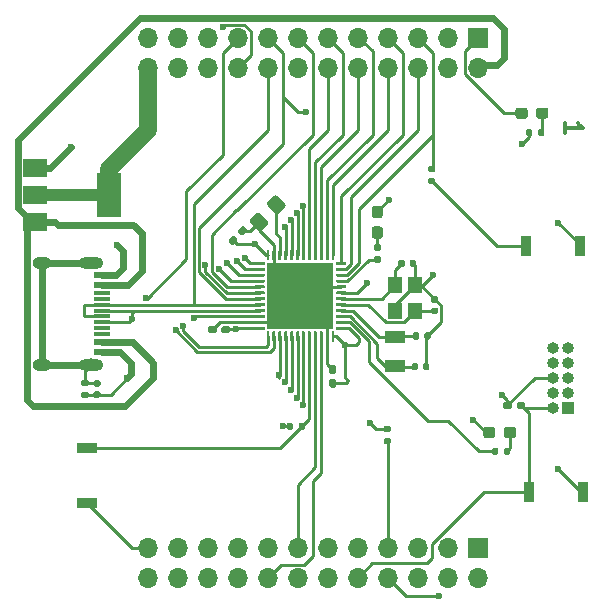
<source format=gbr>
G04 #@! TF.GenerationSoftware,KiCad,Pcbnew,(5.1.10-1-10_14)*
G04 #@! TF.CreationDate,2021-09-03T00:17:14+08:00*
G04 #@! TF.ProjectId,stm32f401_devboard,73746d33-3266-4343-9031-5f646576626f,rev?*
G04 #@! TF.SameCoordinates,Original*
G04 #@! TF.FileFunction,Copper,L1,Top*
G04 #@! TF.FilePolarity,Positive*
%FSLAX46Y46*%
G04 Gerber Fmt 4.6, Leading zero omitted, Abs format (unit mm)*
G04 Created by KiCad (PCBNEW (5.1.10-1-10_14)) date 2021-09-03 00:17:14*
%MOMM*%
%LPD*%
G01*
G04 APERTURE LIST*
G04 #@! TA.AperFunction,NonConductor*
%ADD10C,0.300000*%
G04 #@! TD*
G04 #@! TA.AperFunction,ComponentPad*
%ADD11O,1.700000X1.700000*%
G04 #@! TD*
G04 #@! TA.AperFunction,ComponentPad*
%ADD12R,1.700000X1.700000*%
G04 #@! TD*
G04 #@! TA.AperFunction,SMDPad,CuDef*
%ADD13R,1.200000X1.400000*%
G04 #@! TD*
G04 #@! TA.AperFunction,SMDPad,CuDef*
%ADD14R,1.450000X0.600000*%
G04 #@! TD*
G04 #@! TA.AperFunction,SMDPad,CuDef*
%ADD15R,1.450000X0.300000*%
G04 #@! TD*
G04 #@! TA.AperFunction,ComponentPad*
%ADD16O,2.100000X1.000000*%
G04 #@! TD*
G04 #@! TA.AperFunction,ComponentPad*
%ADD17O,1.600000X1.000000*%
G04 #@! TD*
G04 #@! TA.AperFunction,SMDPad,CuDef*
%ADD18R,2.000000X1.500000*%
G04 #@! TD*
G04 #@! TA.AperFunction,SMDPad,CuDef*
%ADD19R,2.000000X3.800000*%
G04 #@! TD*
G04 #@! TA.AperFunction,SMDPad,CuDef*
%ADD20R,1.699997X0.899998*%
G04 #@! TD*
G04 #@! TA.AperFunction,SMDPad,CuDef*
%ADD21R,0.899998X1.699997*%
G04 #@! TD*
G04 #@! TA.AperFunction,SMDPad,CuDef*
%ADD22R,1.800000X1.000000*%
G04 #@! TD*
G04 #@! TA.AperFunction,ComponentPad*
%ADD23O,1.000000X1.000000*%
G04 #@! TD*
G04 #@! TA.AperFunction,ComponentPad*
%ADD24R,1.000000X1.000000*%
G04 #@! TD*
G04 #@! TA.AperFunction,SMDPad,CuDef*
%ADD25R,5.600000X5.600000*%
G04 #@! TD*
G04 #@! TA.AperFunction,ViaPad*
%ADD26C,0.600000*%
G04 #@! TD*
G04 #@! TA.AperFunction,Conductor*
%ADD27C,0.250000*%
G04 #@! TD*
G04 #@! TA.AperFunction,Conductor*
%ADD28C,0.600000*%
G04 #@! TD*
G04 #@! TA.AperFunction,Conductor*
%ADD29C,1.000000*%
G04 #@! TD*
G04 #@! TA.AperFunction,Conductor*
%ADD30C,1.500000*%
G04 #@! TD*
G04 APERTURE END LIST*
D10*
X147421428Y-80218571D02*
X147421428Y-79361428D01*
X147421428Y-79790000D02*
X148921428Y-79790000D01*
X148707142Y-79647142D01*
X148564285Y-79504285D01*
X148492857Y-79361428D01*
G04 #@! TA.AperFunction,SMDPad,CuDef*
G36*
G01*
X106575000Y-102130000D02*
X106945000Y-102130000D01*
G75*
G02*
X107080000Y-102265000I0J-135000D01*
G01*
X107080000Y-102535000D01*
G75*
G02*
X106945000Y-102670000I-135000J0D01*
G01*
X106575000Y-102670000D01*
G75*
G02*
X106440000Y-102535000I0J135000D01*
G01*
X106440000Y-102265000D01*
G75*
G02*
X106575000Y-102130000I135000J0D01*
G01*
G37*
G04 #@! TD.AperFunction*
G04 #@! TA.AperFunction,SMDPad,CuDef*
G36*
G01*
X106575000Y-101110000D02*
X106945000Y-101110000D01*
G75*
G02*
X107080000Y-101245000I0J-135000D01*
G01*
X107080000Y-101515000D01*
G75*
G02*
X106945000Y-101650000I-135000J0D01*
G01*
X106575000Y-101650000D01*
G75*
G02*
X106440000Y-101515000I0J135000D01*
G01*
X106440000Y-101245000D01*
G75*
G02*
X106575000Y-101110000I135000J0D01*
G01*
G37*
G04 #@! TD.AperFunction*
G04 #@! TA.AperFunction,SMDPad,CuDef*
G36*
G01*
X107600000Y-102090000D02*
X107940000Y-102090000D01*
G75*
G02*
X108080000Y-102230000I0J-140000D01*
G01*
X108080000Y-102510000D01*
G75*
G02*
X107940000Y-102650000I-140000J0D01*
G01*
X107600000Y-102650000D01*
G75*
G02*
X107460000Y-102510000I0J140000D01*
G01*
X107460000Y-102230000D01*
G75*
G02*
X107600000Y-102090000I140000J0D01*
G01*
G37*
G04 #@! TD.AperFunction*
G04 #@! TA.AperFunction,SMDPad,CuDef*
G36*
G01*
X107600000Y-101130000D02*
X107940000Y-101130000D01*
G75*
G02*
X108080000Y-101270000I0J-140000D01*
G01*
X108080000Y-101550000D01*
G75*
G02*
X107940000Y-101690000I-140000J0D01*
G01*
X107600000Y-101690000D01*
G75*
G02*
X107460000Y-101550000I0J140000D01*
G01*
X107460000Y-101270000D01*
G75*
G02*
X107600000Y-101130000I140000J0D01*
G01*
G37*
G04 #@! TD.AperFunction*
G04 #@! TA.AperFunction,SMDPad,CuDef*
G36*
G01*
X141510000Y-105332500D02*
X141510000Y-105807500D01*
G75*
G02*
X141272500Y-106045000I-237500J0D01*
G01*
X140697500Y-106045000D01*
G75*
G02*
X140460000Y-105807500I0J237500D01*
G01*
X140460000Y-105332500D01*
G75*
G02*
X140697500Y-105095000I237500J0D01*
G01*
X141272500Y-105095000D01*
G75*
G02*
X141510000Y-105332500I0J-237500D01*
G01*
G37*
G04 #@! TD.AperFunction*
G04 #@! TA.AperFunction,SMDPad,CuDef*
G36*
G01*
X143260000Y-105332500D02*
X143260000Y-105807500D01*
G75*
G02*
X143022500Y-106045000I-237500J0D01*
G01*
X142447500Y-106045000D01*
G75*
G02*
X142210000Y-105807500I0J237500D01*
G01*
X142210000Y-105332500D01*
G75*
G02*
X142447500Y-105095000I237500J0D01*
G01*
X143022500Y-105095000D01*
G75*
G02*
X143260000Y-105332500I0J-237500D01*
G01*
G37*
G04 #@! TD.AperFunction*
G04 #@! TA.AperFunction,SMDPad,CuDef*
G36*
G01*
X144240000Y-78302500D02*
X144240000Y-78777500D01*
G75*
G02*
X144002500Y-79015000I-237500J0D01*
G01*
X143427500Y-79015000D01*
G75*
G02*
X143190000Y-78777500I0J237500D01*
G01*
X143190000Y-78302500D01*
G75*
G02*
X143427500Y-78065000I237500J0D01*
G01*
X144002500Y-78065000D01*
G75*
G02*
X144240000Y-78302500I0J-237500D01*
G01*
G37*
G04 #@! TD.AperFunction*
G04 #@! TA.AperFunction,SMDPad,CuDef*
G36*
G01*
X145990000Y-78302500D02*
X145990000Y-78777500D01*
G75*
G02*
X145752500Y-79015000I-237500J0D01*
G01*
X145177500Y-79015000D01*
G75*
G02*
X144940000Y-78777500I0J237500D01*
G01*
X144940000Y-78302500D01*
G75*
G02*
X145177500Y-78065000I237500J0D01*
G01*
X145752500Y-78065000D01*
G75*
G02*
X145990000Y-78302500I0J-237500D01*
G01*
G37*
G04 #@! TD.AperFunction*
G04 #@! TA.AperFunction,SMDPad,CuDef*
G36*
G01*
X127885000Y-100630000D02*
X127575000Y-100630000D01*
G75*
G02*
X127420000Y-100475000I0J155000D01*
G01*
X127420000Y-100050000D01*
G75*
G02*
X127575000Y-99895000I155000J0D01*
G01*
X127885000Y-99895000D01*
G75*
G02*
X128040000Y-100050000I0J-155000D01*
G01*
X128040000Y-100475000D01*
G75*
G02*
X127885000Y-100630000I-155000J0D01*
G01*
G37*
G04 #@! TD.AperFunction*
G04 #@! TA.AperFunction,SMDPad,CuDef*
G36*
G01*
X127885000Y-101765000D02*
X127575000Y-101765000D01*
G75*
G02*
X127420000Y-101610000I0J155000D01*
G01*
X127420000Y-101185000D01*
G75*
G02*
X127575000Y-101030000I155000J0D01*
G01*
X127885000Y-101030000D01*
G75*
G02*
X128040000Y-101185000I0J-155000D01*
G01*
X128040000Y-101610000D01*
G75*
G02*
X127885000Y-101765000I-155000J0D01*
G01*
G37*
G04 #@! TD.AperFunction*
G04 #@! TA.AperFunction,SMDPad,CuDef*
G36*
G01*
X118300000Y-97015000D02*
X118300000Y-96705000D01*
G75*
G02*
X118455000Y-96550000I155000J0D01*
G01*
X118880000Y-96550000D01*
G75*
G02*
X119035000Y-96705000I0J-155000D01*
G01*
X119035000Y-97015000D01*
G75*
G02*
X118880000Y-97170000I-155000J0D01*
G01*
X118455000Y-97170000D01*
G75*
G02*
X118300000Y-97015000I0J155000D01*
G01*
G37*
G04 #@! TD.AperFunction*
G04 #@! TA.AperFunction,SMDPad,CuDef*
G36*
G01*
X117165000Y-97015000D02*
X117165000Y-96705000D01*
G75*
G02*
X117320000Y-96550000I155000J0D01*
G01*
X117745000Y-96550000D01*
G75*
G02*
X117900000Y-96705000I0J-155000D01*
G01*
X117900000Y-97015000D01*
G75*
G02*
X117745000Y-97170000I-155000J0D01*
G01*
X117320000Y-97170000D01*
G75*
G02*
X117165000Y-97015000I0J155000D01*
G01*
G37*
G04 #@! TD.AperFunction*
G04 #@! TA.AperFunction,SMDPad,CuDef*
G36*
G01*
X119438978Y-88921819D02*
X119658181Y-89141022D01*
G75*
G02*
X119658181Y-89360226I-109602J-109602D01*
G01*
X119357660Y-89660747D01*
G75*
G02*
X119138456Y-89660747I-109602J109602D01*
G01*
X118919253Y-89441544D01*
G75*
G02*
X118919253Y-89222340I109602J109602D01*
G01*
X119219774Y-88921819D01*
G75*
G02*
X119438978Y-88921819I109602J-109602D01*
G01*
G37*
G04 #@! TD.AperFunction*
G04 #@! TA.AperFunction,SMDPad,CuDef*
G36*
G01*
X120241544Y-88119253D02*
X120460747Y-88338456D01*
G75*
G02*
X120460747Y-88557660I-109602J-109602D01*
G01*
X120160226Y-88858181D01*
G75*
G02*
X119941022Y-88858181I-109602J109602D01*
G01*
X119721819Y-88638978D01*
G75*
G02*
X119721819Y-88419774I109602J109602D01*
G01*
X120022340Y-88119253D01*
G75*
G02*
X120241544Y-88119253I109602J-109602D01*
G01*
G37*
G04 #@! TD.AperFunction*
D11*
X112060000Y-117860000D03*
X112060000Y-115320000D03*
X114600000Y-117860000D03*
X114600000Y-115320000D03*
X117140000Y-117860000D03*
X117140000Y-115320000D03*
X119680000Y-117860000D03*
X119680000Y-115320000D03*
X122220000Y-117860000D03*
X122220000Y-115320000D03*
X124760000Y-117860000D03*
X124760000Y-115320000D03*
X127300000Y-117860000D03*
X127300000Y-115320000D03*
X129840000Y-117860000D03*
X129840000Y-115320000D03*
X132380000Y-117860000D03*
X132380000Y-115320000D03*
X134920000Y-117860000D03*
X134920000Y-115320000D03*
X137460000Y-117860000D03*
X137460000Y-115320000D03*
X140000000Y-117860000D03*
D12*
X140000000Y-115320000D03*
D11*
X112060000Y-74680000D03*
X112060000Y-72140000D03*
X114600000Y-74680000D03*
X114600000Y-72140000D03*
X117140000Y-74680000D03*
X117140000Y-72140000D03*
X119680000Y-74680000D03*
X119680000Y-72140000D03*
X122220000Y-74680000D03*
X122220000Y-72140000D03*
X124760000Y-74680000D03*
X124760000Y-72140000D03*
X127300000Y-74680000D03*
X127300000Y-72140000D03*
X129840000Y-74680000D03*
X129840000Y-72140000D03*
X132380000Y-74680000D03*
X132380000Y-72140000D03*
X134920000Y-74680000D03*
X134920000Y-72140000D03*
X137460000Y-74680000D03*
X137460000Y-72140000D03*
X140000000Y-74680000D03*
D12*
X140000000Y-72140000D03*
G04 #@! TA.AperFunction,SMDPad,CuDef*
G36*
G01*
X143290000Y-103435000D02*
X143290000Y-103125000D01*
G75*
G02*
X143445000Y-102970000I155000J0D01*
G01*
X143870000Y-102970000D01*
G75*
G02*
X144025000Y-103125000I0J-155000D01*
G01*
X144025000Y-103435000D01*
G75*
G02*
X143870000Y-103590000I-155000J0D01*
G01*
X143445000Y-103590000D01*
G75*
G02*
X143290000Y-103435000I0J155000D01*
G01*
G37*
G04 #@! TD.AperFunction*
G04 #@! TA.AperFunction,SMDPad,CuDef*
G36*
G01*
X142155000Y-103435000D02*
X142155000Y-103125000D01*
G75*
G02*
X142310000Y-102970000I155000J0D01*
G01*
X142735000Y-102970000D01*
G75*
G02*
X142890000Y-103125000I0J-155000D01*
G01*
X142890000Y-103435000D01*
G75*
G02*
X142735000Y-103590000I-155000J0D01*
G01*
X142310000Y-103590000D01*
G75*
G02*
X142155000Y-103435000I0J155000D01*
G01*
G37*
G04 #@! TD.AperFunction*
D13*
X133030000Y-95300000D03*
X133030000Y-93100000D03*
X134730000Y-93100000D03*
X134730000Y-95300000D03*
D14*
X108205000Y-98750000D03*
X108205000Y-97950000D03*
X108205000Y-93050000D03*
X108205000Y-92250000D03*
X108205000Y-92250000D03*
X108205000Y-93050000D03*
X108205000Y-97950000D03*
X108205000Y-98750000D03*
D15*
X108205000Y-93750000D03*
X108205000Y-94250000D03*
X108205000Y-94750000D03*
X108205000Y-95750000D03*
X108205000Y-96250000D03*
X108205000Y-96750000D03*
X108205000Y-97250000D03*
X108205000Y-95250000D03*
D16*
X107290000Y-99820000D03*
X107290000Y-91180000D03*
D17*
X103110000Y-91180000D03*
X103110000Y-99820000D03*
D18*
X102500000Y-83160000D03*
X102500000Y-87760000D03*
X102500000Y-85460000D03*
D19*
X108800000Y-85460000D03*
D20*
X106910000Y-106920030D03*
X106910000Y-111519970D03*
D21*
X144070030Y-89820000D03*
X148669970Y-89820000D03*
G04 #@! TA.AperFunction,SMDPad,CuDef*
G36*
G01*
X135925000Y-84020000D02*
X136295000Y-84020000D01*
G75*
G02*
X136430000Y-84155000I0J-135000D01*
G01*
X136430000Y-84425000D01*
G75*
G02*
X136295000Y-84560000I-135000J0D01*
G01*
X135925000Y-84560000D01*
G75*
G02*
X135790000Y-84425000I0J135000D01*
G01*
X135790000Y-84155000D01*
G75*
G02*
X135925000Y-84020000I135000J0D01*
G01*
G37*
G04 #@! TD.AperFunction*
G04 #@! TA.AperFunction,SMDPad,CuDef*
G36*
G01*
X135925000Y-83000000D02*
X136295000Y-83000000D01*
G75*
G02*
X136430000Y-83135000I0J-135000D01*
G01*
X136430000Y-83405000D01*
G75*
G02*
X136295000Y-83540000I-135000J0D01*
G01*
X135925000Y-83540000D01*
G75*
G02*
X135790000Y-83405000I0J135000D01*
G01*
X135790000Y-83135000D01*
G75*
G02*
X135925000Y-83000000I135000J0D01*
G01*
G37*
G04 #@! TD.AperFunction*
G04 #@! TA.AperFunction,SMDPad,CuDef*
G36*
G01*
X131695000Y-90180000D02*
X131325000Y-90180000D01*
G75*
G02*
X131190000Y-90045000I0J135000D01*
G01*
X131190000Y-89775000D01*
G75*
G02*
X131325000Y-89640000I135000J0D01*
G01*
X131695000Y-89640000D01*
G75*
G02*
X131830000Y-89775000I0J-135000D01*
G01*
X131830000Y-90045000D01*
G75*
G02*
X131695000Y-90180000I-135000J0D01*
G01*
G37*
G04 #@! TD.AperFunction*
G04 #@! TA.AperFunction,SMDPad,CuDef*
G36*
G01*
X131695000Y-91200000D02*
X131325000Y-91200000D01*
G75*
G02*
X131190000Y-91065000I0J135000D01*
G01*
X131190000Y-90795000D01*
G75*
G02*
X131325000Y-90660000I135000J0D01*
G01*
X131695000Y-90660000D01*
G75*
G02*
X131830000Y-90795000I0J-135000D01*
G01*
X131830000Y-91065000D01*
G75*
G02*
X131695000Y-91200000I-135000J0D01*
G01*
G37*
G04 #@! TD.AperFunction*
G04 #@! TA.AperFunction,SMDPad,CuDef*
G36*
G01*
X141740000Y-106985000D02*
X141740000Y-107355000D01*
G75*
G02*
X141605000Y-107490000I-135000J0D01*
G01*
X141335000Y-107490000D01*
G75*
G02*
X141200000Y-107355000I0J135000D01*
G01*
X141200000Y-106985000D01*
G75*
G02*
X141335000Y-106850000I135000J0D01*
G01*
X141605000Y-106850000D01*
G75*
G02*
X141740000Y-106985000I0J-135000D01*
G01*
G37*
G04 #@! TD.AperFunction*
G04 #@! TA.AperFunction,SMDPad,CuDef*
G36*
G01*
X142760000Y-106985000D02*
X142760000Y-107355000D01*
G75*
G02*
X142625000Y-107490000I-135000J0D01*
G01*
X142355000Y-107490000D01*
G75*
G02*
X142220000Y-107355000I0J135000D01*
G01*
X142220000Y-106985000D01*
G75*
G02*
X142355000Y-106850000I135000J0D01*
G01*
X142625000Y-106850000D01*
G75*
G02*
X142760000Y-106985000I0J-135000D01*
G01*
G37*
G04 #@! TD.AperFunction*
G04 #@! TA.AperFunction,SMDPad,CuDef*
G36*
G01*
X144620000Y-79995000D02*
X144620000Y-80365000D01*
G75*
G02*
X144485000Y-80500000I-135000J0D01*
G01*
X144215000Y-80500000D01*
G75*
G02*
X144080000Y-80365000I0J135000D01*
G01*
X144080000Y-79995000D01*
G75*
G02*
X144215000Y-79860000I135000J0D01*
G01*
X144485000Y-79860000D01*
G75*
G02*
X144620000Y-79995000I0J-135000D01*
G01*
G37*
G04 #@! TD.AperFunction*
G04 #@! TA.AperFunction,SMDPad,CuDef*
G36*
G01*
X145640000Y-79995000D02*
X145640000Y-80365000D01*
G75*
G02*
X145505000Y-80500000I-135000J0D01*
G01*
X145235000Y-80500000D01*
G75*
G02*
X145100000Y-80365000I0J135000D01*
G01*
X145100000Y-79995000D01*
G75*
G02*
X145235000Y-79860000I135000J0D01*
G01*
X145505000Y-79860000D01*
G75*
G02*
X145640000Y-79995000I0J-135000D01*
G01*
G37*
G04 #@! TD.AperFunction*
G04 #@! TA.AperFunction,SMDPad,CuDef*
G36*
G01*
X124850000Y-105235000D02*
X124850000Y-104865000D01*
G75*
G02*
X124985000Y-104730000I135000J0D01*
G01*
X125255000Y-104730000D01*
G75*
G02*
X125390000Y-104865000I0J-135000D01*
G01*
X125390000Y-105235000D01*
G75*
G02*
X125255000Y-105370000I-135000J0D01*
G01*
X124985000Y-105370000D01*
G75*
G02*
X124850000Y-105235000I0J135000D01*
G01*
G37*
G04 #@! TD.AperFunction*
G04 #@! TA.AperFunction,SMDPad,CuDef*
G36*
G01*
X123830000Y-105235000D02*
X123830000Y-104865000D01*
G75*
G02*
X123965000Y-104730000I135000J0D01*
G01*
X124235000Y-104730000D01*
G75*
G02*
X124370000Y-104865000I0J-135000D01*
G01*
X124370000Y-105235000D01*
G75*
G02*
X124235000Y-105370000I-135000J0D01*
G01*
X123965000Y-105370000D01*
G75*
G02*
X123830000Y-105235000I0J135000D01*
G01*
G37*
G04 #@! TD.AperFunction*
G04 #@! TA.AperFunction,SMDPad,CuDef*
G36*
G01*
X132535000Y-105550000D02*
X132165000Y-105550000D01*
G75*
G02*
X132030000Y-105415000I0J135000D01*
G01*
X132030000Y-105145000D01*
G75*
G02*
X132165000Y-105010000I135000J0D01*
G01*
X132535000Y-105010000D01*
G75*
G02*
X132670000Y-105145000I0J-135000D01*
G01*
X132670000Y-105415000D01*
G75*
G02*
X132535000Y-105550000I-135000J0D01*
G01*
G37*
G04 #@! TD.AperFunction*
G04 #@! TA.AperFunction,SMDPad,CuDef*
G36*
G01*
X132535000Y-106570000D02*
X132165000Y-106570000D01*
G75*
G02*
X132030000Y-106435000I0J135000D01*
G01*
X132030000Y-106165000D01*
G75*
G02*
X132165000Y-106030000I135000J0D01*
G01*
X132535000Y-106030000D01*
G75*
G02*
X132670000Y-106165000I0J-135000D01*
G01*
X132670000Y-106435000D01*
G75*
G02*
X132535000Y-106570000I-135000J0D01*
G01*
G37*
G04 #@! TD.AperFunction*
G04 #@! TA.AperFunction,SMDPad,CuDef*
G36*
G01*
X134960000Y-99820000D02*
X134960000Y-100160000D01*
G75*
G02*
X134820000Y-100300000I-140000J0D01*
G01*
X134540000Y-100300000D01*
G75*
G02*
X134400000Y-100160000I0J140000D01*
G01*
X134400000Y-99820000D01*
G75*
G02*
X134540000Y-99680000I140000J0D01*
G01*
X134820000Y-99680000D01*
G75*
G02*
X134960000Y-99820000I0J-140000D01*
G01*
G37*
G04 #@! TD.AperFunction*
G04 #@! TA.AperFunction,SMDPad,CuDef*
G36*
G01*
X135920000Y-99820000D02*
X135920000Y-100160000D01*
G75*
G02*
X135780000Y-100300000I-140000J0D01*
G01*
X135500000Y-100300000D01*
G75*
G02*
X135360000Y-100160000I0J140000D01*
G01*
X135360000Y-99820000D01*
G75*
G02*
X135500000Y-99680000I140000J0D01*
G01*
X135780000Y-99680000D01*
G75*
G02*
X135920000Y-99820000I0J-140000D01*
G01*
G37*
G04 #@! TD.AperFunction*
G04 #@! TA.AperFunction,SMDPad,CuDef*
G36*
G01*
X135070000Y-97220000D02*
X135070000Y-97560000D01*
G75*
G02*
X134930000Y-97700000I-140000J0D01*
G01*
X134650000Y-97700000D01*
G75*
G02*
X134510000Y-97560000I0J140000D01*
G01*
X134510000Y-97220000D01*
G75*
G02*
X134650000Y-97080000I140000J0D01*
G01*
X134930000Y-97080000D01*
G75*
G02*
X135070000Y-97220000I0J-140000D01*
G01*
G37*
G04 #@! TD.AperFunction*
G04 #@! TA.AperFunction,SMDPad,CuDef*
G36*
G01*
X136030000Y-97220000D02*
X136030000Y-97560000D01*
G75*
G02*
X135890000Y-97700000I-140000J0D01*
G01*
X135610000Y-97700000D01*
G75*
G02*
X135470000Y-97560000I0J140000D01*
G01*
X135470000Y-97220000D01*
G75*
G02*
X135610000Y-97080000I140000J0D01*
G01*
X135890000Y-97080000D01*
G75*
G02*
X136030000Y-97220000I0J-140000D01*
G01*
G37*
G04 #@! TD.AperFunction*
G04 #@! TA.AperFunction,SMDPad,CuDef*
G36*
G01*
X133840000Y-91080000D02*
X133840000Y-91420000D01*
G75*
G02*
X133700000Y-91560000I-140000J0D01*
G01*
X133420000Y-91560000D01*
G75*
G02*
X133280000Y-91420000I0J140000D01*
G01*
X133280000Y-91080000D01*
G75*
G02*
X133420000Y-90940000I140000J0D01*
G01*
X133700000Y-90940000D01*
G75*
G02*
X133840000Y-91080000I0J-140000D01*
G01*
G37*
G04 #@! TD.AperFunction*
G04 #@! TA.AperFunction,SMDPad,CuDef*
G36*
G01*
X134800000Y-91080000D02*
X134800000Y-91420000D01*
G75*
G02*
X134660000Y-91560000I-140000J0D01*
G01*
X134380000Y-91560000D01*
G75*
G02*
X134240000Y-91420000I0J140000D01*
G01*
X134240000Y-91080000D01*
G75*
G02*
X134380000Y-90940000I140000J0D01*
G01*
X134660000Y-90940000D01*
G75*
G02*
X134800000Y-91080000I0J-140000D01*
G01*
G37*
G04 #@! TD.AperFunction*
G04 #@! TA.AperFunction,SMDPad,CuDef*
G36*
G01*
X136200000Y-94990000D02*
X136540000Y-94990000D01*
G75*
G02*
X136680000Y-95130000I0J-140000D01*
G01*
X136680000Y-95410000D01*
G75*
G02*
X136540000Y-95550000I-140000J0D01*
G01*
X136200000Y-95550000D01*
G75*
G02*
X136060000Y-95410000I0J140000D01*
G01*
X136060000Y-95130000D01*
G75*
G02*
X136200000Y-94990000I140000J0D01*
G01*
G37*
G04 #@! TD.AperFunction*
G04 #@! TA.AperFunction,SMDPad,CuDef*
G36*
G01*
X136200000Y-94030000D02*
X136540000Y-94030000D01*
G75*
G02*
X136680000Y-94170000I0J-140000D01*
G01*
X136680000Y-94450000D01*
G75*
G02*
X136540000Y-94590000I-140000J0D01*
G01*
X136200000Y-94590000D01*
G75*
G02*
X136060000Y-94450000I0J140000D01*
G01*
X136060000Y-94170000D01*
G75*
G02*
X136200000Y-94030000I140000J0D01*
G01*
G37*
G04 #@! TD.AperFunction*
G04 #@! TA.AperFunction,SMDPad,CuDef*
G36*
G01*
X131272500Y-88120000D02*
X131747500Y-88120000D01*
G75*
G02*
X131985000Y-88357500I0J-237500D01*
G01*
X131985000Y-88932500D01*
G75*
G02*
X131747500Y-89170000I-237500J0D01*
G01*
X131272500Y-89170000D01*
G75*
G02*
X131035000Y-88932500I0J237500D01*
G01*
X131035000Y-88357500D01*
G75*
G02*
X131272500Y-88120000I237500J0D01*
G01*
G37*
G04 #@! TD.AperFunction*
G04 #@! TA.AperFunction,SMDPad,CuDef*
G36*
G01*
X131272500Y-86370000D02*
X131747500Y-86370000D01*
G75*
G02*
X131985000Y-86607500I0J-237500D01*
G01*
X131985000Y-87182500D01*
G75*
G02*
X131747500Y-87420000I-237500J0D01*
G01*
X131272500Y-87420000D01*
G75*
G02*
X131035000Y-87182500I0J237500D01*
G01*
X131035000Y-86607500D01*
G75*
G02*
X131272500Y-86370000I237500J0D01*
G01*
G37*
G04 #@! TD.AperFunction*
X144310030Y-110590000D03*
X148909970Y-110590000D03*
D22*
X133000000Y-99950000D03*
X133000000Y-97450000D03*
D23*
X147685000Y-98430000D03*
X146415000Y-98430000D03*
X147685000Y-99700000D03*
X146415000Y-99700000D03*
X147685000Y-100970000D03*
X146415000Y-100970000D03*
X147685000Y-102240000D03*
X146415000Y-102240000D03*
X146415000Y-103510000D03*
D24*
X147685000Y-103510000D03*
D25*
X125000000Y-94000000D03*
G04 #@! TA.AperFunction,SMDPad,CuDef*
G36*
G01*
X127875000Y-97062500D02*
X127875000Y-97812500D01*
G75*
G02*
X127812500Y-97875000I-62500J0D01*
G01*
X127687500Y-97875000D01*
G75*
G02*
X127625000Y-97812500I0J62500D01*
G01*
X127625000Y-97062500D01*
G75*
G02*
X127687500Y-97000000I62500J0D01*
G01*
X127812500Y-97000000D01*
G75*
G02*
X127875000Y-97062500I0J-62500D01*
G01*
G37*
G04 #@! TD.AperFunction*
G04 #@! TA.AperFunction,SMDPad,CuDef*
G36*
G01*
X127375000Y-97062500D02*
X127375000Y-97812500D01*
G75*
G02*
X127312500Y-97875000I-62500J0D01*
G01*
X127187500Y-97875000D01*
G75*
G02*
X127125000Y-97812500I0J62500D01*
G01*
X127125000Y-97062500D01*
G75*
G02*
X127187500Y-97000000I62500J0D01*
G01*
X127312500Y-97000000D01*
G75*
G02*
X127375000Y-97062500I0J-62500D01*
G01*
G37*
G04 #@! TD.AperFunction*
G04 #@! TA.AperFunction,SMDPad,CuDef*
G36*
G01*
X126875000Y-97062500D02*
X126875000Y-97812500D01*
G75*
G02*
X126812500Y-97875000I-62500J0D01*
G01*
X126687500Y-97875000D01*
G75*
G02*
X126625000Y-97812500I0J62500D01*
G01*
X126625000Y-97062500D01*
G75*
G02*
X126687500Y-97000000I62500J0D01*
G01*
X126812500Y-97000000D01*
G75*
G02*
X126875000Y-97062500I0J-62500D01*
G01*
G37*
G04 #@! TD.AperFunction*
G04 #@! TA.AperFunction,SMDPad,CuDef*
G36*
G01*
X126375000Y-97062500D02*
X126375000Y-97812500D01*
G75*
G02*
X126312500Y-97875000I-62500J0D01*
G01*
X126187500Y-97875000D01*
G75*
G02*
X126125000Y-97812500I0J62500D01*
G01*
X126125000Y-97062500D01*
G75*
G02*
X126187500Y-97000000I62500J0D01*
G01*
X126312500Y-97000000D01*
G75*
G02*
X126375000Y-97062500I0J-62500D01*
G01*
G37*
G04 #@! TD.AperFunction*
G04 #@! TA.AperFunction,SMDPad,CuDef*
G36*
G01*
X125875000Y-97062500D02*
X125875000Y-97812500D01*
G75*
G02*
X125812500Y-97875000I-62500J0D01*
G01*
X125687500Y-97875000D01*
G75*
G02*
X125625000Y-97812500I0J62500D01*
G01*
X125625000Y-97062500D01*
G75*
G02*
X125687500Y-97000000I62500J0D01*
G01*
X125812500Y-97000000D01*
G75*
G02*
X125875000Y-97062500I0J-62500D01*
G01*
G37*
G04 #@! TD.AperFunction*
G04 #@! TA.AperFunction,SMDPad,CuDef*
G36*
G01*
X125375000Y-97062500D02*
X125375000Y-97812500D01*
G75*
G02*
X125312500Y-97875000I-62500J0D01*
G01*
X125187500Y-97875000D01*
G75*
G02*
X125125000Y-97812500I0J62500D01*
G01*
X125125000Y-97062500D01*
G75*
G02*
X125187500Y-97000000I62500J0D01*
G01*
X125312500Y-97000000D01*
G75*
G02*
X125375000Y-97062500I0J-62500D01*
G01*
G37*
G04 #@! TD.AperFunction*
G04 #@! TA.AperFunction,SMDPad,CuDef*
G36*
G01*
X124875000Y-97062500D02*
X124875000Y-97812500D01*
G75*
G02*
X124812500Y-97875000I-62500J0D01*
G01*
X124687500Y-97875000D01*
G75*
G02*
X124625000Y-97812500I0J62500D01*
G01*
X124625000Y-97062500D01*
G75*
G02*
X124687500Y-97000000I62500J0D01*
G01*
X124812500Y-97000000D01*
G75*
G02*
X124875000Y-97062500I0J-62500D01*
G01*
G37*
G04 #@! TD.AperFunction*
G04 #@! TA.AperFunction,SMDPad,CuDef*
G36*
G01*
X124375000Y-97062500D02*
X124375000Y-97812500D01*
G75*
G02*
X124312500Y-97875000I-62500J0D01*
G01*
X124187500Y-97875000D01*
G75*
G02*
X124125000Y-97812500I0J62500D01*
G01*
X124125000Y-97062500D01*
G75*
G02*
X124187500Y-97000000I62500J0D01*
G01*
X124312500Y-97000000D01*
G75*
G02*
X124375000Y-97062500I0J-62500D01*
G01*
G37*
G04 #@! TD.AperFunction*
G04 #@! TA.AperFunction,SMDPad,CuDef*
G36*
G01*
X123875000Y-97062500D02*
X123875000Y-97812500D01*
G75*
G02*
X123812500Y-97875000I-62500J0D01*
G01*
X123687500Y-97875000D01*
G75*
G02*
X123625000Y-97812500I0J62500D01*
G01*
X123625000Y-97062500D01*
G75*
G02*
X123687500Y-97000000I62500J0D01*
G01*
X123812500Y-97000000D01*
G75*
G02*
X123875000Y-97062500I0J-62500D01*
G01*
G37*
G04 #@! TD.AperFunction*
G04 #@! TA.AperFunction,SMDPad,CuDef*
G36*
G01*
X123375000Y-97062500D02*
X123375000Y-97812500D01*
G75*
G02*
X123312500Y-97875000I-62500J0D01*
G01*
X123187500Y-97875000D01*
G75*
G02*
X123125000Y-97812500I0J62500D01*
G01*
X123125000Y-97062500D01*
G75*
G02*
X123187500Y-97000000I62500J0D01*
G01*
X123312500Y-97000000D01*
G75*
G02*
X123375000Y-97062500I0J-62500D01*
G01*
G37*
G04 #@! TD.AperFunction*
G04 #@! TA.AperFunction,SMDPad,CuDef*
G36*
G01*
X122875000Y-97062500D02*
X122875000Y-97812500D01*
G75*
G02*
X122812500Y-97875000I-62500J0D01*
G01*
X122687500Y-97875000D01*
G75*
G02*
X122625000Y-97812500I0J62500D01*
G01*
X122625000Y-97062500D01*
G75*
G02*
X122687500Y-97000000I62500J0D01*
G01*
X122812500Y-97000000D01*
G75*
G02*
X122875000Y-97062500I0J-62500D01*
G01*
G37*
G04 #@! TD.AperFunction*
G04 #@! TA.AperFunction,SMDPad,CuDef*
G36*
G01*
X122375000Y-97062500D02*
X122375000Y-97812500D01*
G75*
G02*
X122312500Y-97875000I-62500J0D01*
G01*
X122187500Y-97875000D01*
G75*
G02*
X122125000Y-97812500I0J62500D01*
G01*
X122125000Y-97062500D01*
G75*
G02*
X122187500Y-97000000I62500J0D01*
G01*
X122312500Y-97000000D01*
G75*
G02*
X122375000Y-97062500I0J-62500D01*
G01*
G37*
G04 #@! TD.AperFunction*
G04 #@! TA.AperFunction,SMDPad,CuDef*
G36*
G01*
X122000000Y-96687500D02*
X122000000Y-96812500D01*
G75*
G02*
X121937500Y-96875000I-62500J0D01*
G01*
X121187500Y-96875000D01*
G75*
G02*
X121125000Y-96812500I0J62500D01*
G01*
X121125000Y-96687500D01*
G75*
G02*
X121187500Y-96625000I62500J0D01*
G01*
X121937500Y-96625000D01*
G75*
G02*
X122000000Y-96687500I0J-62500D01*
G01*
G37*
G04 #@! TD.AperFunction*
G04 #@! TA.AperFunction,SMDPad,CuDef*
G36*
G01*
X122000000Y-96187500D02*
X122000000Y-96312500D01*
G75*
G02*
X121937500Y-96375000I-62500J0D01*
G01*
X121187500Y-96375000D01*
G75*
G02*
X121125000Y-96312500I0J62500D01*
G01*
X121125000Y-96187500D01*
G75*
G02*
X121187500Y-96125000I62500J0D01*
G01*
X121937500Y-96125000D01*
G75*
G02*
X122000000Y-96187500I0J-62500D01*
G01*
G37*
G04 #@! TD.AperFunction*
G04 #@! TA.AperFunction,SMDPad,CuDef*
G36*
G01*
X122000000Y-95687500D02*
X122000000Y-95812500D01*
G75*
G02*
X121937500Y-95875000I-62500J0D01*
G01*
X121187500Y-95875000D01*
G75*
G02*
X121125000Y-95812500I0J62500D01*
G01*
X121125000Y-95687500D01*
G75*
G02*
X121187500Y-95625000I62500J0D01*
G01*
X121937500Y-95625000D01*
G75*
G02*
X122000000Y-95687500I0J-62500D01*
G01*
G37*
G04 #@! TD.AperFunction*
G04 #@! TA.AperFunction,SMDPad,CuDef*
G36*
G01*
X122000000Y-95187500D02*
X122000000Y-95312500D01*
G75*
G02*
X121937500Y-95375000I-62500J0D01*
G01*
X121187500Y-95375000D01*
G75*
G02*
X121125000Y-95312500I0J62500D01*
G01*
X121125000Y-95187500D01*
G75*
G02*
X121187500Y-95125000I62500J0D01*
G01*
X121937500Y-95125000D01*
G75*
G02*
X122000000Y-95187500I0J-62500D01*
G01*
G37*
G04 #@! TD.AperFunction*
G04 #@! TA.AperFunction,SMDPad,CuDef*
G36*
G01*
X122000000Y-94687500D02*
X122000000Y-94812500D01*
G75*
G02*
X121937500Y-94875000I-62500J0D01*
G01*
X121187500Y-94875000D01*
G75*
G02*
X121125000Y-94812500I0J62500D01*
G01*
X121125000Y-94687500D01*
G75*
G02*
X121187500Y-94625000I62500J0D01*
G01*
X121937500Y-94625000D01*
G75*
G02*
X122000000Y-94687500I0J-62500D01*
G01*
G37*
G04 #@! TD.AperFunction*
G04 #@! TA.AperFunction,SMDPad,CuDef*
G36*
G01*
X122000000Y-94187500D02*
X122000000Y-94312500D01*
G75*
G02*
X121937500Y-94375000I-62500J0D01*
G01*
X121187500Y-94375000D01*
G75*
G02*
X121125000Y-94312500I0J62500D01*
G01*
X121125000Y-94187500D01*
G75*
G02*
X121187500Y-94125000I62500J0D01*
G01*
X121937500Y-94125000D01*
G75*
G02*
X122000000Y-94187500I0J-62500D01*
G01*
G37*
G04 #@! TD.AperFunction*
G04 #@! TA.AperFunction,SMDPad,CuDef*
G36*
G01*
X122000000Y-93687500D02*
X122000000Y-93812500D01*
G75*
G02*
X121937500Y-93875000I-62500J0D01*
G01*
X121187500Y-93875000D01*
G75*
G02*
X121125000Y-93812500I0J62500D01*
G01*
X121125000Y-93687500D01*
G75*
G02*
X121187500Y-93625000I62500J0D01*
G01*
X121937500Y-93625000D01*
G75*
G02*
X122000000Y-93687500I0J-62500D01*
G01*
G37*
G04 #@! TD.AperFunction*
G04 #@! TA.AperFunction,SMDPad,CuDef*
G36*
G01*
X122000000Y-93187500D02*
X122000000Y-93312500D01*
G75*
G02*
X121937500Y-93375000I-62500J0D01*
G01*
X121187500Y-93375000D01*
G75*
G02*
X121125000Y-93312500I0J62500D01*
G01*
X121125000Y-93187500D01*
G75*
G02*
X121187500Y-93125000I62500J0D01*
G01*
X121937500Y-93125000D01*
G75*
G02*
X122000000Y-93187500I0J-62500D01*
G01*
G37*
G04 #@! TD.AperFunction*
G04 #@! TA.AperFunction,SMDPad,CuDef*
G36*
G01*
X122000000Y-92687500D02*
X122000000Y-92812500D01*
G75*
G02*
X121937500Y-92875000I-62500J0D01*
G01*
X121187500Y-92875000D01*
G75*
G02*
X121125000Y-92812500I0J62500D01*
G01*
X121125000Y-92687500D01*
G75*
G02*
X121187500Y-92625000I62500J0D01*
G01*
X121937500Y-92625000D01*
G75*
G02*
X122000000Y-92687500I0J-62500D01*
G01*
G37*
G04 #@! TD.AperFunction*
G04 #@! TA.AperFunction,SMDPad,CuDef*
G36*
G01*
X122000000Y-92187500D02*
X122000000Y-92312500D01*
G75*
G02*
X121937500Y-92375000I-62500J0D01*
G01*
X121187500Y-92375000D01*
G75*
G02*
X121125000Y-92312500I0J62500D01*
G01*
X121125000Y-92187500D01*
G75*
G02*
X121187500Y-92125000I62500J0D01*
G01*
X121937500Y-92125000D01*
G75*
G02*
X122000000Y-92187500I0J-62500D01*
G01*
G37*
G04 #@! TD.AperFunction*
G04 #@! TA.AperFunction,SMDPad,CuDef*
G36*
G01*
X122000000Y-91687500D02*
X122000000Y-91812500D01*
G75*
G02*
X121937500Y-91875000I-62500J0D01*
G01*
X121187500Y-91875000D01*
G75*
G02*
X121125000Y-91812500I0J62500D01*
G01*
X121125000Y-91687500D01*
G75*
G02*
X121187500Y-91625000I62500J0D01*
G01*
X121937500Y-91625000D01*
G75*
G02*
X122000000Y-91687500I0J-62500D01*
G01*
G37*
G04 #@! TD.AperFunction*
G04 #@! TA.AperFunction,SMDPad,CuDef*
G36*
G01*
X122000000Y-91187500D02*
X122000000Y-91312500D01*
G75*
G02*
X121937500Y-91375000I-62500J0D01*
G01*
X121187500Y-91375000D01*
G75*
G02*
X121125000Y-91312500I0J62500D01*
G01*
X121125000Y-91187500D01*
G75*
G02*
X121187500Y-91125000I62500J0D01*
G01*
X121937500Y-91125000D01*
G75*
G02*
X122000000Y-91187500I0J-62500D01*
G01*
G37*
G04 #@! TD.AperFunction*
G04 #@! TA.AperFunction,SMDPad,CuDef*
G36*
G01*
X122375000Y-90187500D02*
X122375000Y-90937500D01*
G75*
G02*
X122312500Y-91000000I-62500J0D01*
G01*
X122187500Y-91000000D01*
G75*
G02*
X122125000Y-90937500I0J62500D01*
G01*
X122125000Y-90187500D01*
G75*
G02*
X122187500Y-90125000I62500J0D01*
G01*
X122312500Y-90125000D01*
G75*
G02*
X122375000Y-90187500I0J-62500D01*
G01*
G37*
G04 #@! TD.AperFunction*
G04 #@! TA.AperFunction,SMDPad,CuDef*
G36*
G01*
X122875000Y-90187500D02*
X122875000Y-90937500D01*
G75*
G02*
X122812500Y-91000000I-62500J0D01*
G01*
X122687500Y-91000000D01*
G75*
G02*
X122625000Y-90937500I0J62500D01*
G01*
X122625000Y-90187500D01*
G75*
G02*
X122687500Y-90125000I62500J0D01*
G01*
X122812500Y-90125000D01*
G75*
G02*
X122875000Y-90187500I0J-62500D01*
G01*
G37*
G04 #@! TD.AperFunction*
G04 #@! TA.AperFunction,SMDPad,CuDef*
G36*
G01*
X123375000Y-90187500D02*
X123375000Y-90937500D01*
G75*
G02*
X123312500Y-91000000I-62500J0D01*
G01*
X123187500Y-91000000D01*
G75*
G02*
X123125000Y-90937500I0J62500D01*
G01*
X123125000Y-90187500D01*
G75*
G02*
X123187500Y-90125000I62500J0D01*
G01*
X123312500Y-90125000D01*
G75*
G02*
X123375000Y-90187500I0J-62500D01*
G01*
G37*
G04 #@! TD.AperFunction*
G04 #@! TA.AperFunction,SMDPad,CuDef*
G36*
G01*
X123875000Y-90187500D02*
X123875000Y-90937500D01*
G75*
G02*
X123812500Y-91000000I-62500J0D01*
G01*
X123687500Y-91000000D01*
G75*
G02*
X123625000Y-90937500I0J62500D01*
G01*
X123625000Y-90187500D01*
G75*
G02*
X123687500Y-90125000I62500J0D01*
G01*
X123812500Y-90125000D01*
G75*
G02*
X123875000Y-90187500I0J-62500D01*
G01*
G37*
G04 #@! TD.AperFunction*
G04 #@! TA.AperFunction,SMDPad,CuDef*
G36*
G01*
X124375000Y-90187500D02*
X124375000Y-90937500D01*
G75*
G02*
X124312500Y-91000000I-62500J0D01*
G01*
X124187500Y-91000000D01*
G75*
G02*
X124125000Y-90937500I0J62500D01*
G01*
X124125000Y-90187500D01*
G75*
G02*
X124187500Y-90125000I62500J0D01*
G01*
X124312500Y-90125000D01*
G75*
G02*
X124375000Y-90187500I0J-62500D01*
G01*
G37*
G04 #@! TD.AperFunction*
G04 #@! TA.AperFunction,SMDPad,CuDef*
G36*
G01*
X124875000Y-90187500D02*
X124875000Y-90937500D01*
G75*
G02*
X124812500Y-91000000I-62500J0D01*
G01*
X124687500Y-91000000D01*
G75*
G02*
X124625000Y-90937500I0J62500D01*
G01*
X124625000Y-90187500D01*
G75*
G02*
X124687500Y-90125000I62500J0D01*
G01*
X124812500Y-90125000D01*
G75*
G02*
X124875000Y-90187500I0J-62500D01*
G01*
G37*
G04 #@! TD.AperFunction*
G04 #@! TA.AperFunction,SMDPad,CuDef*
G36*
G01*
X125375000Y-90187500D02*
X125375000Y-90937500D01*
G75*
G02*
X125312500Y-91000000I-62500J0D01*
G01*
X125187500Y-91000000D01*
G75*
G02*
X125125000Y-90937500I0J62500D01*
G01*
X125125000Y-90187500D01*
G75*
G02*
X125187500Y-90125000I62500J0D01*
G01*
X125312500Y-90125000D01*
G75*
G02*
X125375000Y-90187500I0J-62500D01*
G01*
G37*
G04 #@! TD.AperFunction*
G04 #@! TA.AperFunction,SMDPad,CuDef*
G36*
G01*
X125875000Y-90187500D02*
X125875000Y-90937500D01*
G75*
G02*
X125812500Y-91000000I-62500J0D01*
G01*
X125687500Y-91000000D01*
G75*
G02*
X125625000Y-90937500I0J62500D01*
G01*
X125625000Y-90187500D01*
G75*
G02*
X125687500Y-90125000I62500J0D01*
G01*
X125812500Y-90125000D01*
G75*
G02*
X125875000Y-90187500I0J-62500D01*
G01*
G37*
G04 #@! TD.AperFunction*
G04 #@! TA.AperFunction,SMDPad,CuDef*
G36*
G01*
X126375000Y-90187500D02*
X126375000Y-90937500D01*
G75*
G02*
X126312500Y-91000000I-62500J0D01*
G01*
X126187500Y-91000000D01*
G75*
G02*
X126125000Y-90937500I0J62500D01*
G01*
X126125000Y-90187500D01*
G75*
G02*
X126187500Y-90125000I62500J0D01*
G01*
X126312500Y-90125000D01*
G75*
G02*
X126375000Y-90187500I0J-62500D01*
G01*
G37*
G04 #@! TD.AperFunction*
G04 #@! TA.AperFunction,SMDPad,CuDef*
G36*
G01*
X126875000Y-90187500D02*
X126875000Y-90937500D01*
G75*
G02*
X126812500Y-91000000I-62500J0D01*
G01*
X126687500Y-91000000D01*
G75*
G02*
X126625000Y-90937500I0J62500D01*
G01*
X126625000Y-90187500D01*
G75*
G02*
X126687500Y-90125000I62500J0D01*
G01*
X126812500Y-90125000D01*
G75*
G02*
X126875000Y-90187500I0J-62500D01*
G01*
G37*
G04 #@! TD.AperFunction*
G04 #@! TA.AperFunction,SMDPad,CuDef*
G36*
G01*
X127375000Y-90187500D02*
X127375000Y-90937500D01*
G75*
G02*
X127312500Y-91000000I-62500J0D01*
G01*
X127187500Y-91000000D01*
G75*
G02*
X127125000Y-90937500I0J62500D01*
G01*
X127125000Y-90187500D01*
G75*
G02*
X127187500Y-90125000I62500J0D01*
G01*
X127312500Y-90125000D01*
G75*
G02*
X127375000Y-90187500I0J-62500D01*
G01*
G37*
G04 #@! TD.AperFunction*
G04 #@! TA.AperFunction,SMDPad,CuDef*
G36*
G01*
X127875000Y-90187500D02*
X127875000Y-90937500D01*
G75*
G02*
X127812500Y-91000000I-62500J0D01*
G01*
X127687500Y-91000000D01*
G75*
G02*
X127625000Y-90937500I0J62500D01*
G01*
X127625000Y-90187500D01*
G75*
G02*
X127687500Y-90125000I62500J0D01*
G01*
X127812500Y-90125000D01*
G75*
G02*
X127875000Y-90187500I0J-62500D01*
G01*
G37*
G04 #@! TD.AperFunction*
G04 #@! TA.AperFunction,SMDPad,CuDef*
G36*
G01*
X128875000Y-91187500D02*
X128875000Y-91312500D01*
G75*
G02*
X128812500Y-91375000I-62500J0D01*
G01*
X128062500Y-91375000D01*
G75*
G02*
X128000000Y-91312500I0J62500D01*
G01*
X128000000Y-91187500D01*
G75*
G02*
X128062500Y-91125000I62500J0D01*
G01*
X128812500Y-91125000D01*
G75*
G02*
X128875000Y-91187500I0J-62500D01*
G01*
G37*
G04 #@! TD.AperFunction*
G04 #@! TA.AperFunction,SMDPad,CuDef*
G36*
G01*
X128875000Y-91687500D02*
X128875000Y-91812500D01*
G75*
G02*
X128812500Y-91875000I-62500J0D01*
G01*
X128062500Y-91875000D01*
G75*
G02*
X128000000Y-91812500I0J62500D01*
G01*
X128000000Y-91687500D01*
G75*
G02*
X128062500Y-91625000I62500J0D01*
G01*
X128812500Y-91625000D01*
G75*
G02*
X128875000Y-91687500I0J-62500D01*
G01*
G37*
G04 #@! TD.AperFunction*
G04 #@! TA.AperFunction,SMDPad,CuDef*
G36*
G01*
X128875000Y-92187500D02*
X128875000Y-92312500D01*
G75*
G02*
X128812500Y-92375000I-62500J0D01*
G01*
X128062500Y-92375000D01*
G75*
G02*
X128000000Y-92312500I0J62500D01*
G01*
X128000000Y-92187500D01*
G75*
G02*
X128062500Y-92125000I62500J0D01*
G01*
X128812500Y-92125000D01*
G75*
G02*
X128875000Y-92187500I0J-62500D01*
G01*
G37*
G04 #@! TD.AperFunction*
G04 #@! TA.AperFunction,SMDPad,CuDef*
G36*
G01*
X128875000Y-92687500D02*
X128875000Y-92812500D01*
G75*
G02*
X128812500Y-92875000I-62500J0D01*
G01*
X128062500Y-92875000D01*
G75*
G02*
X128000000Y-92812500I0J62500D01*
G01*
X128000000Y-92687500D01*
G75*
G02*
X128062500Y-92625000I62500J0D01*
G01*
X128812500Y-92625000D01*
G75*
G02*
X128875000Y-92687500I0J-62500D01*
G01*
G37*
G04 #@! TD.AperFunction*
G04 #@! TA.AperFunction,SMDPad,CuDef*
G36*
G01*
X128875000Y-93187500D02*
X128875000Y-93312500D01*
G75*
G02*
X128812500Y-93375000I-62500J0D01*
G01*
X128062500Y-93375000D01*
G75*
G02*
X128000000Y-93312500I0J62500D01*
G01*
X128000000Y-93187500D01*
G75*
G02*
X128062500Y-93125000I62500J0D01*
G01*
X128812500Y-93125000D01*
G75*
G02*
X128875000Y-93187500I0J-62500D01*
G01*
G37*
G04 #@! TD.AperFunction*
G04 #@! TA.AperFunction,SMDPad,CuDef*
G36*
G01*
X128875000Y-93687500D02*
X128875000Y-93812500D01*
G75*
G02*
X128812500Y-93875000I-62500J0D01*
G01*
X128062500Y-93875000D01*
G75*
G02*
X128000000Y-93812500I0J62500D01*
G01*
X128000000Y-93687500D01*
G75*
G02*
X128062500Y-93625000I62500J0D01*
G01*
X128812500Y-93625000D01*
G75*
G02*
X128875000Y-93687500I0J-62500D01*
G01*
G37*
G04 #@! TD.AperFunction*
G04 #@! TA.AperFunction,SMDPad,CuDef*
G36*
G01*
X128875000Y-94187500D02*
X128875000Y-94312500D01*
G75*
G02*
X128812500Y-94375000I-62500J0D01*
G01*
X128062500Y-94375000D01*
G75*
G02*
X128000000Y-94312500I0J62500D01*
G01*
X128000000Y-94187500D01*
G75*
G02*
X128062500Y-94125000I62500J0D01*
G01*
X128812500Y-94125000D01*
G75*
G02*
X128875000Y-94187500I0J-62500D01*
G01*
G37*
G04 #@! TD.AperFunction*
G04 #@! TA.AperFunction,SMDPad,CuDef*
G36*
G01*
X128875000Y-94687500D02*
X128875000Y-94812500D01*
G75*
G02*
X128812500Y-94875000I-62500J0D01*
G01*
X128062500Y-94875000D01*
G75*
G02*
X128000000Y-94812500I0J62500D01*
G01*
X128000000Y-94687500D01*
G75*
G02*
X128062500Y-94625000I62500J0D01*
G01*
X128812500Y-94625000D01*
G75*
G02*
X128875000Y-94687500I0J-62500D01*
G01*
G37*
G04 #@! TD.AperFunction*
G04 #@! TA.AperFunction,SMDPad,CuDef*
G36*
G01*
X128875000Y-95187500D02*
X128875000Y-95312500D01*
G75*
G02*
X128812500Y-95375000I-62500J0D01*
G01*
X128062500Y-95375000D01*
G75*
G02*
X128000000Y-95312500I0J62500D01*
G01*
X128000000Y-95187500D01*
G75*
G02*
X128062500Y-95125000I62500J0D01*
G01*
X128812500Y-95125000D01*
G75*
G02*
X128875000Y-95187500I0J-62500D01*
G01*
G37*
G04 #@! TD.AperFunction*
G04 #@! TA.AperFunction,SMDPad,CuDef*
G36*
G01*
X128875000Y-95687500D02*
X128875000Y-95812500D01*
G75*
G02*
X128812500Y-95875000I-62500J0D01*
G01*
X128062500Y-95875000D01*
G75*
G02*
X128000000Y-95812500I0J62500D01*
G01*
X128000000Y-95687500D01*
G75*
G02*
X128062500Y-95625000I62500J0D01*
G01*
X128812500Y-95625000D01*
G75*
G02*
X128875000Y-95687500I0J-62500D01*
G01*
G37*
G04 #@! TD.AperFunction*
G04 #@! TA.AperFunction,SMDPad,CuDef*
G36*
G01*
X128875000Y-96187500D02*
X128875000Y-96312500D01*
G75*
G02*
X128812500Y-96375000I-62500J0D01*
G01*
X128062500Y-96375000D01*
G75*
G02*
X128000000Y-96312500I0J62500D01*
G01*
X128000000Y-96187500D01*
G75*
G02*
X128062500Y-96125000I62500J0D01*
G01*
X128812500Y-96125000D01*
G75*
G02*
X128875000Y-96187500I0J-62500D01*
G01*
G37*
G04 #@! TD.AperFunction*
G04 #@! TA.AperFunction,SMDPad,CuDef*
G36*
G01*
X128875000Y-96687500D02*
X128875000Y-96812500D01*
G75*
G02*
X128812500Y-96875000I-62500J0D01*
G01*
X128062500Y-96875000D01*
G75*
G02*
X128000000Y-96812500I0J62500D01*
G01*
X128000000Y-96687500D01*
G75*
G02*
X128062500Y-96625000I62500J0D01*
G01*
X128812500Y-96625000D01*
G75*
G02*
X128875000Y-96687500I0J-62500D01*
G01*
G37*
G04 #@! TD.AperFunction*
G04 #@! TA.AperFunction,SMDPad,CuDef*
G36*
G01*
X122856396Y-87010001D02*
X122219999Y-86373604D01*
G75*
G02*
X122219999Y-86020052I176776J176776D01*
G01*
X122679620Y-85560431D01*
G75*
G02*
X123033172Y-85560431I176776J-176776D01*
G01*
X123669569Y-86196828D01*
G75*
G02*
X123669569Y-86550380I-176776J-176776D01*
G01*
X123209948Y-87010001D01*
G75*
G02*
X122856396Y-87010001I-176776J176776D01*
G01*
G37*
G04 #@! TD.AperFunction*
G04 #@! TA.AperFunction,SMDPad,CuDef*
G36*
G01*
X121406828Y-88459569D02*
X120770431Y-87823172D01*
G75*
G02*
X120770431Y-87469620I176776J176776D01*
G01*
X121230052Y-87009999D01*
G75*
G02*
X121583604Y-87009999I176776J-176776D01*
G01*
X122220001Y-87646396D01*
G75*
G02*
X122220001Y-87999948I-176776J-176776D01*
G01*
X121760380Y-88459569D01*
G75*
G02*
X121406828Y-88459569I-176776J176776D01*
G01*
G37*
G04 #@! TD.AperFunction*
D26*
X123480000Y-105040000D03*
X125000000Y-94000000D03*
X126500000Y-94000000D03*
X123500000Y-94000000D03*
X123500000Y-92500000D03*
X125000000Y-92500000D03*
X126500000Y-92500000D03*
X125000000Y-95500000D03*
X123500000Y-95500000D03*
X126500000Y-95500000D03*
X109440000Y-89690000D03*
X110297823Y-100997823D03*
X136180000Y-92260000D03*
X146840000Y-108680000D03*
X142100000Y-102360000D03*
X130890000Y-104780000D03*
X105530000Y-81390000D03*
X143770000Y-81130000D03*
X146820000Y-87800000D03*
X116950000Y-91350000D03*
X115080000Y-96580000D03*
X125478000Y-78470000D03*
X116010000Y-95910000D03*
X118460000Y-71240000D03*
X128740000Y-98150000D03*
X119540000Y-96830000D03*
X121160000Y-89610000D03*
X132480000Y-85890000D03*
X139620000Y-104500000D03*
X123198000Y-100695229D03*
X136740000Y-119400000D03*
X130590000Y-92910000D03*
X125198000Y-103240000D03*
X124698000Y-102609877D03*
X124198000Y-101940322D03*
X123698000Y-101296678D03*
X114427755Y-96901105D03*
X110700000Y-96000000D03*
X111960000Y-94198000D03*
X118060000Y-91720000D03*
X118770000Y-91240000D03*
X119592386Y-91056046D03*
X120280000Y-90820000D03*
X123698000Y-88195231D03*
X124198000Y-87615547D03*
X124698000Y-86983596D03*
X125198000Y-86400000D03*
D27*
X132228399Y-96252001D02*
X133777999Y-96252001D01*
X133777999Y-96252001D02*
X134730000Y-95300000D01*
X130726398Y-94750000D02*
X132228399Y-96252001D01*
X128437500Y-94750000D02*
X130726398Y-94750000D01*
X134760000Y-95270000D02*
X134730000Y-95300000D01*
X136370000Y-95270000D02*
X134760000Y-95270000D01*
X122750000Y-91750000D02*
X125000000Y-94000000D01*
X122750000Y-90562500D02*
X122750000Y-91750000D01*
X121562500Y-96250000D02*
X122750000Y-96250000D01*
X127250000Y-97437500D02*
X127250000Y-96250000D01*
X125750000Y-93250000D02*
X125000000Y-94000000D01*
X128437500Y-93250000D02*
X125750000Y-93250000D01*
X123490000Y-105050000D02*
X123480000Y-105040000D01*
X124100000Y-105050000D02*
X123490000Y-105050000D01*
X126480000Y-94000000D02*
X126500000Y-93980000D01*
X125000000Y-94000000D02*
X126480000Y-94000000D01*
X123630000Y-94000000D02*
X123620000Y-94010000D01*
X125000000Y-94000000D02*
X123630000Y-94000000D01*
X124760000Y-94000000D02*
X123580000Y-92820000D01*
X125000000Y-94000000D02*
X124760000Y-94000000D01*
X125000000Y-92850000D02*
X124970000Y-92820000D01*
X125000000Y-94000000D02*
X125000000Y-92850000D01*
X125250000Y-94000000D02*
X126380000Y-92870000D01*
X125000000Y-94000000D02*
X125250000Y-94000000D01*
X125000000Y-94000000D02*
X125000000Y-95310000D01*
X125000000Y-95410000D02*
X124960000Y-95450000D01*
X125000000Y-94000000D02*
X125000000Y-95410000D01*
X125000000Y-94000000D02*
X123645000Y-95355000D01*
X122750000Y-96250000D02*
X123645000Y-95355000D01*
X125000000Y-94000000D02*
X126365000Y-95365000D01*
X127250000Y-96250000D02*
X126365000Y-95365000D01*
X122750000Y-90562500D02*
X122750000Y-89680000D01*
X121495216Y-88425216D02*
X121495216Y-87734784D01*
X122750000Y-89680000D02*
X121495216Y-88425216D01*
X120741283Y-88488717D02*
X121495216Y-87734784D01*
X120091283Y-88488717D02*
X120741283Y-88488717D01*
X127250000Y-99782500D02*
X127730000Y-100262500D01*
X127250000Y-97437500D02*
X127250000Y-99782500D01*
X118142500Y-96250000D02*
X117532500Y-96860000D01*
X121562500Y-96250000D02*
X118142500Y-96250000D01*
X107740000Y-102400000D02*
X107770000Y-102370000D01*
X106760000Y-102400000D02*
X107740000Y-102400000D01*
D28*
X110640000Y-100655646D02*
X110297823Y-100997823D01*
D27*
X108925646Y-102370000D02*
X110297823Y-100997823D01*
X107770000Y-102370000D02*
X108925646Y-102370000D01*
D28*
X109990000Y-91604600D02*
X109344600Y-92250000D01*
X109344600Y-92250000D02*
X108205000Y-92250000D01*
X109990000Y-90240000D02*
X109990000Y-91604600D01*
X109440000Y-89690000D02*
X109990000Y-90240000D01*
X108205000Y-98750000D02*
X109700000Y-98750000D01*
X110640000Y-99690000D02*
X110640000Y-100655646D01*
X109700000Y-98750000D02*
X110640000Y-99690000D01*
D27*
X133030000Y-94800000D02*
X134730000Y-93100000D01*
X133030000Y-95300000D02*
X133030000Y-94800000D01*
X134730000Y-91460000D02*
X134520000Y-91250000D01*
X134730000Y-93100000D02*
X134730000Y-91460000D01*
X135160000Y-93100000D02*
X136370000Y-94310000D01*
X134730000Y-93100000D02*
X135160000Y-93100000D01*
X135640000Y-97500000D02*
X135750000Y-97390000D01*
X135640000Y-99990000D02*
X135640000Y-97500000D01*
X136932010Y-94872010D02*
X136370000Y-94310000D01*
X136932010Y-96207990D02*
X136932010Y-94872010D01*
X135750000Y-97390000D02*
X136932010Y-96207990D01*
X135340000Y-93100000D02*
X136180000Y-92260000D01*
X134730000Y-93100000D02*
X135340000Y-93100000D01*
D28*
X102500000Y-83160000D02*
X102080000Y-83160000D01*
D27*
X144832500Y-100970000D02*
X146415000Y-100970000D01*
X142522500Y-103280000D02*
X144832500Y-100970000D01*
X148750000Y-110590000D02*
X146840000Y-108680000D01*
X148909970Y-110590000D02*
X148750000Y-110590000D01*
X142522500Y-102782500D02*
X142100000Y-102360000D01*
X142522500Y-103280000D02*
X142522500Y-102782500D01*
X131390000Y-105280000D02*
X130890000Y-104780000D01*
X132350000Y-105280000D02*
X131390000Y-105280000D01*
D28*
X103760000Y-83160000D02*
X105530000Y-81390000D01*
X102500000Y-83160000D02*
X103760000Y-83160000D01*
D27*
X144350000Y-80550000D02*
X143770000Y-81130000D01*
X144350000Y-80180000D02*
X144350000Y-80550000D01*
X148669970Y-89649970D02*
X146820000Y-87800000D01*
X148669970Y-89820000D02*
X148669970Y-89649970D01*
X131880000Y-94250000D02*
X133030000Y-93100000D01*
X128437500Y-94250000D02*
X131880000Y-94250000D01*
X133030000Y-91780000D02*
X133560000Y-91250000D01*
X133030000Y-93100000D02*
X133030000Y-91780000D01*
X123250000Y-90562500D02*
X123250000Y-89040000D01*
X122944784Y-88734784D02*
X122944784Y-86285216D01*
X123250000Y-89040000D02*
X122944784Y-88734784D01*
X121562500Y-93750000D02*
X120280000Y-93750000D01*
X116950000Y-91960134D02*
X116950000Y-91350000D01*
X118739866Y-93750000D02*
X116950000Y-91960134D01*
X120280000Y-93750000D02*
X118739866Y-93750000D01*
X122250000Y-97437500D02*
X122250000Y-98202990D01*
X122250000Y-98202990D02*
X122080000Y-98372990D01*
X122080000Y-98372990D02*
X116432990Y-98372990D01*
X115080000Y-97020000D02*
X115080000Y-96580000D01*
X116432990Y-98372990D02*
X115080000Y-97020000D01*
X121562500Y-94250000D02*
X120550000Y-94250000D01*
X120550000Y-94250000D02*
X120270000Y-94250000D01*
X116397999Y-88252001D02*
X123500000Y-81150000D01*
X116397999Y-91941305D02*
X116397999Y-88252001D01*
X123500000Y-73420000D02*
X122220000Y-72140000D01*
X118706694Y-94250000D02*
X116397999Y-91941305D01*
X120550000Y-94250000D02*
X118706694Y-94250000D01*
X124790000Y-78470000D02*
X123500000Y-77180000D01*
X125478000Y-78470000D02*
X124790000Y-78470000D01*
X123500000Y-77180000D02*
X123500000Y-73420000D01*
X123500000Y-81150000D02*
X123500000Y-77180000D01*
X120270000Y-95750000D02*
X116170000Y-95750000D01*
X116170000Y-95750000D02*
X116010000Y-95910000D01*
X121562500Y-95750000D02*
X120270000Y-95750000D01*
X120270000Y-95750000D02*
X119880000Y-95750000D01*
X120782001Y-73577999D02*
X119680000Y-74680000D01*
X120208961Y-71037999D02*
X120782001Y-71611039D01*
X120782001Y-71611039D02*
X120782001Y-73577999D01*
X118662001Y-71037999D02*
X120208961Y-71037999D01*
X118460000Y-71240000D02*
X118662001Y-71037999D01*
X128027500Y-97437500D02*
X128740000Y-98150000D01*
X127750000Y-97437500D02*
X128027500Y-97437500D01*
X119620000Y-96750000D02*
X119540000Y-96830000D01*
X121562500Y-96750000D02*
X119620000Y-96750000D01*
X122112500Y-90562500D02*
X121160000Y-89610000D01*
X122250000Y-90562500D02*
X122112500Y-90562500D01*
X119607434Y-89610000D02*
X119288717Y-89291283D01*
X121160000Y-89610000D02*
X119607434Y-89610000D01*
X118697500Y-96830000D02*
X118667500Y-96860000D01*
X119540000Y-96830000D02*
X118697500Y-96830000D01*
D29*
X102500000Y-85460000D02*
X108800000Y-85460000D01*
D30*
X108800000Y-83260000D02*
X112060000Y-80000000D01*
X108800000Y-85460000D02*
X108800000Y-83260000D01*
X112060000Y-80000000D02*
X112060000Y-77460000D01*
D27*
X131510000Y-86860000D02*
X132480000Y-85890000D01*
X131510000Y-86895000D02*
X131510000Y-86860000D01*
X128740000Y-100905000D02*
X129035000Y-101200000D01*
X128740000Y-98150000D02*
X128740000Y-100905000D01*
X128837500Y-101397500D02*
X129035000Y-101200000D01*
X127730000Y-101397500D02*
X128837500Y-101397500D01*
X129140000Y-96750000D02*
X129922009Y-97532009D01*
X128437500Y-96750000D02*
X129140000Y-96750000D01*
D30*
X112060000Y-77460000D02*
X112060000Y-74680000D01*
D27*
X129922009Y-97532009D02*
X129922009Y-97947991D01*
X129720000Y-98150000D02*
X128740000Y-98150000D01*
X129922009Y-97947991D02*
X129720000Y-98150000D01*
X138897999Y-73242001D02*
X140000000Y-72140000D01*
X138897999Y-75208961D02*
X138897999Y-73242001D01*
X142229038Y-78540000D02*
X138897999Y-75208961D01*
X143715000Y-78540000D02*
X142229038Y-78540000D01*
X140690000Y-105570000D02*
X139620000Y-104500000D01*
X140985000Y-105570000D02*
X140690000Y-105570000D01*
X110710030Y-115320000D02*
X106910000Y-111519970D01*
X112060000Y-115320000D02*
X110710030Y-115320000D01*
X123250000Y-97437500D02*
X123250000Y-99710000D01*
X123250000Y-100643229D02*
X123198000Y-100695229D01*
X123250000Y-99710000D02*
X123250000Y-100643229D01*
X123198000Y-100695229D02*
X123198000Y-100979716D01*
X133920000Y-119400000D02*
X132380000Y-117860000D01*
X136740000Y-119400000D02*
X133920000Y-119400000D01*
X128437500Y-93750000D02*
X128875000Y-93750000D01*
X129750000Y-93750000D02*
X130590000Y-92910000D01*
X128875000Y-93750000D02*
X129750000Y-93750000D01*
X143887500Y-103510000D02*
X143657500Y-103280000D01*
X146415000Y-103510000D02*
X143887500Y-103510000D01*
X140559038Y-110590000D02*
X136150000Y-114999038D01*
X144310030Y-110590000D02*
X140559038Y-110590000D01*
X136150000Y-114999038D02*
X136150000Y-116200000D01*
X136150000Y-116200000D02*
X135750000Y-116600000D01*
X135750000Y-116600000D02*
X131560000Y-116600000D01*
X131560000Y-116600000D02*
X131540000Y-116620000D01*
X131080000Y-116620000D02*
X129840000Y-117860000D01*
X131540000Y-116620000D02*
X131080000Y-116620000D01*
X144310030Y-103932530D02*
X143657500Y-103280000D01*
X144310030Y-110590000D02*
X144310030Y-103932530D01*
X123322001Y-116757999D02*
X122220000Y-117860000D01*
X125288961Y-116757999D02*
X123322001Y-116757999D01*
X126040000Y-116006960D02*
X125288961Y-116757999D01*
X126750000Y-108960000D02*
X126040000Y-109670000D01*
X126040000Y-109670000D02*
X126040000Y-116006960D01*
X126750000Y-97437500D02*
X126750000Y-108960000D01*
X126250000Y-108510000D02*
X124760000Y-110000000D01*
X126250000Y-97437500D02*
X126250000Y-108510000D01*
X124760000Y-110000000D02*
X124760000Y-115320000D01*
X125750000Y-97437500D02*
X125750000Y-98890000D01*
X125750000Y-98890000D02*
X125750000Y-99050000D01*
X125750000Y-104420000D02*
X125120000Y-105050000D01*
X125750000Y-98890000D02*
X125750000Y-104420000D01*
X123249970Y-106920030D02*
X106910000Y-106920030D01*
X125120000Y-105050000D02*
X123249970Y-106920030D01*
X125250000Y-97437500D02*
X125250000Y-99610000D01*
X125250000Y-103188000D02*
X125198000Y-103240000D01*
X125250000Y-99610000D02*
X125250000Y-103188000D01*
X124750000Y-97437500D02*
X124750000Y-99690000D01*
X124750000Y-102557877D02*
X124698000Y-102609877D01*
X124750000Y-99690000D02*
X124750000Y-102557877D01*
X124250000Y-97437500D02*
X124250000Y-99670000D01*
X124250000Y-101888322D02*
X124198000Y-101940322D01*
X124250000Y-99670000D02*
X124250000Y-101888322D01*
X123750000Y-97437500D02*
X123750000Y-99670000D01*
X123750000Y-101244678D02*
X123698000Y-101296678D01*
X123750000Y-99670000D02*
X123750000Y-101244678D01*
X122750000Y-97437500D02*
X122750000Y-98430000D01*
X122750000Y-98430000D02*
X122430000Y-98750000D01*
X116276650Y-98750000D02*
X114427755Y-96901105D01*
X122430000Y-98750000D02*
X116276650Y-98750000D01*
X110450000Y-96250000D02*
X110700000Y-96000000D01*
X108205000Y-96250000D02*
X110450000Y-96250000D01*
X110700000Y-95420000D02*
X110870000Y-95250000D01*
X110700000Y-96000000D02*
X110700000Y-95420000D01*
X110870000Y-95250000D02*
X108205000Y-95250000D01*
X121562500Y-95250000D02*
X110870000Y-95250000D01*
X118420000Y-73400000D02*
X119680000Y-72140000D01*
X118420000Y-82040000D02*
X118420000Y-73400000D01*
X115320000Y-90900000D02*
X115320000Y-85140000D01*
X111960000Y-94198000D02*
X111970000Y-94208000D01*
X111970000Y-94250000D02*
X115320000Y-90900000D01*
X111970000Y-94208000D02*
X111970000Y-94250000D01*
X115320000Y-85140000D02*
X118420000Y-82040000D01*
X116020989Y-94589011D02*
X115860000Y-94750000D01*
X116020989Y-86199011D02*
X116020989Y-94589011D01*
X122220000Y-80000000D02*
X116020989Y-86199011D01*
X121562500Y-94750000D02*
X115860000Y-94750000D01*
X113280000Y-94750000D02*
X113180000Y-94750000D01*
X113350000Y-94750000D02*
X108205000Y-94750000D01*
X115860000Y-94750000D02*
X113350000Y-94750000D01*
X113350000Y-94750000D02*
X113180000Y-94750000D01*
X108205000Y-94750000D02*
X106670000Y-94750000D01*
X106670000Y-94750000D02*
X106670000Y-95750000D01*
X106670000Y-95750000D02*
X108205000Y-95750000D01*
X122220000Y-80000000D02*
X122220000Y-74680000D01*
X121562500Y-93250000D02*
X120540000Y-93250000D01*
X120540000Y-93250000D02*
X120210000Y-93250000D01*
X119618961Y-86772001D02*
X126030000Y-80360962D01*
X117502001Y-91978963D02*
X117502001Y-88827999D01*
X118773038Y-93250000D02*
X117502001Y-91978963D01*
X126030000Y-73410000D02*
X124760000Y-72140000D01*
X119557999Y-86772001D02*
X119618961Y-86772001D01*
X126030000Y-80360962D02*
X126030000Y-73410000D01*
X117502001Y-88827999D02*
X119557999Y-86772001D01*
X120540000Y-93250000D02*
X118773038Y-93250000D01*
X120510000Y-92750000D02*
X119090000Y-92750000D01*
X121562500Y-92750000D02*
X120510000Y-92750000D01*
X119090000Y-92750000D02*
X118060000Y-91720000D01*
X120510000Y-92750000D02*
X120140000Y-92750000D01*
X121562500Y-92250000D02*
X120120000Y-92250000D01*
X119780000Y-92250000D02*
X118770000Y-91240000D01*
X120120000Y-92250000D02*
X119780000Y-92250000D01*
X120286340Y-91750000D02*
X119592386Y-91056046D01*
X121562500Y-91750000D02*
X120286340Y-91750000D01*
X120710000Y-91250000D02*
X120280000Y-90820000D01*
X121562500Y-91250000D02*
X120710000Y-91250000D01*
X123750000Y-90562500D02*
X123750000Y-89050000D01*
X123750000Y-88247231D02*
X123698000Y-88195231D01*
X123750000Y-89050000D02*
X123750000Y-88247231D01*
X124250000Y-90562500D02*
X124250000Y-88650000D01*
X124250000Y-87667547D02*
X124198000Y-87615547D01*
X124250000Y-88650000D02*
X124250000Y-87667547D01*
X132380000Y-106330000D02*
X132350000Y-106300000D01*
X132380000Y-110000000D02*
X132380000Y-106330000D01*
X132380000Y-110000000D02*
X132380000Y-115320000D01*
X124750000Y-90562500D02*
X124750000Y-88810000D01*
X124750000Y-88810000D02*
X124750000Y-88081522D01*
X124750000Y-87035596D02*
X124698000Y-86983596D01*
X124750000Y-88081522D02*
X124750000Y-87035596D01*
X125250000Y-90562500D02*
X125250000Y-88620000D01*
X125250000Y-88620000D02*
X125250000Y-86910000D01*
X125250000Y-86452000D02*
X125198000Y-86400000D01*
X125250000Y-86910000D02*
X125250000Y-86452000D01*
X125750000Y-90562500D02*
X125750000Y-90490000D01*
X125750000Y-88860000D02*
X125750000Y-81550000D01*
X125750000Y-81550000D02*
X127300000Y-80000000D01*
X125750000Y-90562500D02*
X125750000Y-88860000D01*
X125750000Y-88860000D02*
X125750000Y-88640000D01*
X127300000Y-80000000D02*
X127300000Y-74680000D01*
X128560000Y-73400000D02*
X127300000Y-72140000D01*
X128560000Y-80360000D02*
X128560000Y-73400000D01*
X128402001Y-80517999D02*
X128560000Y-80360000D01*
X128402001Y-80528961D02*
X128402001Y-80517999D01*
X126250000Y-82680962D02*
X128402001Y-80528961D01*
X126250000Y-90562500D02*
X126250000Y-82680962D01*
X126750000Y-83090000D02*
X129840000Y-80000000D01*
X126750000Y-90562500D02*
X126750000Y-83090000D01*
X129840000Y-80000000D02*
X129840000Y-74680000D01*
X129970000Y-72140000D02*
X129840000Y-72140000D01*
X131120000Y-73290000D02*
X129970000Y-72140000D01*
X130942001Y-80528961D02*
X130942001Y-80527999D01*
X127250000Y-84220962D02*
X130942001Y-80528961D01*
X130942001Y-80527999D02*
X131120000Y-80350000D01*
X131120000Y-80350000D02*
X131120000Y-73290000D01*
X127250000Y-90562500D02*
X127250000Y-84220962D01*
X127750000Y-84630000D02*
X132380000Y-80000000D01*
X127750000Y-90562500D02*
X127750000Y-84630000D01*
X132380000Y-80000000D02*
X132380000Y-74680000D01*
X133650000Y-73410000D02*
X132380000Y-72140000D01*
X128437500Y-85573462D02*
X133650000Y-80360962D01*
X133650000Y-80360962D02*
X133650000Y-73410000D01*
X128437500Y-91250000D02*
X128437500Y-85573462D01*
X128875000Y-91750000D02*
X129300000Y-91325000D01*
X128437500Y-91750000D02*
X128875000Y-91750000D01*
X129300000Y-85620000D02*
X134920000Y-80000000D01*
X129300000Y-91325000D02*
X129300000Y-85620000D01*
X134920000Y-80000000D02*
X134920000Y-74680000D01*
X128908172Y-92250000D02*
X129930000Y-91228172D01*
X128437500Y-92250000D02*
X128908172Y-92250000D01*
X129930000Y-86620962D02*
X136190000Y-80360962D01*
X129930000Y-91228172D02*
X129930000Y-86620962D01*
X136190000Y-83190000D02*
X136110000Y-83270000D01*
X136190000Y-80360962D02*
X136190000Y-83190000D01*
X136190000Y-73410000D02*
X134920000Y-72140000D01*
X136190000Y-80360962D02*
X136190000Y-73410000D01*
X128437500Y-95250000D02*
X129430000Y-95250000D01*
X131630000Y-97450000D02*
X133000000Y-97450000D01*
X129430000Y-95250000D02*
X131630000Y-97450000D01*
X133060000Y-97390000D02*
X133000000Y-97450000D01*
X134790000Y-97390000D02*
X133060000Y-97390000D01*
X129206344Y-95750000D02*
X131510000Y-98053656D01*
X128437500Y-95750000D02*
X129206344Y-95750000D01*
X131510000Y-98053656D02*
X131510000Y-99280000D01*
X132180000Y-99950000D02*
X133000000Y-99950000D01*
X131510000Y-99280000D02*
X132180000Y-99950000D01*
X133040000Y-99990000D02*
X133000000Y-99950000D01*
X134680000Y-99990000D02*
X133040000Y-99990000D01*
X130780000Y-99583602D02*
X135796398Y-104600000D01*
X130780000Y-97856828D02*
X130780000Y-99583602D01*
X128437500Y-96250000D02*
X129173172Y-96250000D01*
X135796398Y-104600000D02*
X137520000Y-104600000D01*
X140090000Y-107170000D02*
X141470000Y-107170000D01*
X137520000Y-104600000D02*
X140090000Y-107170000D01*
X129173172Y-96250000D02*
X130780000Y-97856828D01*
D28*
X112500000Y-99660000D02*
X112500000Y-100950000D01*
X112500000Y-100950000D02*
X110130000Y-103320000D01*
X110130000Y-103320000D02*
X102370000Y-103320000D01*
X101882990Y-88377010D02*
X102500000Y-87760000D01*
X101882990Y-102832990D02*
X101882990Y-88377010D01*
X102370000Y-103320000D02*
X101882990Y-102832990D01*
X110430000Y-93050000D02*
X108205000Y-93050000D01*
X111600000Y-91880000D02*
X110430000Y-93050000D01*
X102500000Y-87760000D02*
X104240000Y-87760000D01*
X111600000Y-88720000D02*
X111600000Y-91880000D01*
X110850000Y-87970000D02*
X111600000Y-88720000D01*
X104240000Y-87760000D02*
X104450000Y-87970000D01*
X104450000Y-87970000D02*
X110850000Y-87970000D01*
X110790000Y-97950000D02*
X108205000Y-97950000D01*
X112500000Y-99660000D02*
X110790000Y-97950000D01*
X142250000Y-73830000D02*
X141620000Y-74460000D01*
X141332010Y-70452010D02*
X142250000Y-71370000D01*
X141620000Y-74460000D02*
X140220000Y-74460000D01*
X142250000Y-71370000D02*
X142250000Y-73830000D01*
X102281398Y-87760000D02*
X101072999Y-86551601D01*
X140220000Y-74460000D02*
X140000000Y-74680000D01*
X102500000Y-87760000D02*
X102281398Y-87760000D01*
X101072999Y-80827001D02*
X111447990Y-70452010D01*
X101072999Y-86551601D02*
X101072999Y-80827001D01*
X111447990Y-70452010D02*
X141332010Y-70452010D01*
D27*
X145465000Y-80085000D02*
X145370000Y-80180000D01*
X145465000Y-78540000D02*
X145465000Y-80085000D01*
X131510000Y-89910000D02*
X131510000Y-89250000D01*
X131510000Y-89250000D02*
X131510000Y-88645000D01*
X130761344Y-90930000D02*
X131510000Y-90930000D01*
X128941344Y-92750000D02*
X130761344Y-90930000D01*
X128437500Y-92750000D02*
X128941344Y-92750000D01*
X136110000Y-84290000D02*
X136110000Y-84369970D01*
X141640000Y-89820000D02*
X136110000Y-84290000D01*
X144070030Y-89820000D02*
X141640000Y-89820000D01*
X142735000Y-106925000D02*
X142490000Y-107170000D01*
X142735000Y-105570000D02*
X142735000Y-106925000D01*
X106790000Y-101410000D02*
X106760000Y-101380000D01*
X107770000Y-101410000D02*
X106790000Y-101410000D01*
X106760000Y-99850000D02*
X107290000Y-99320000D01*
D28*
X103110000Y-99820000D02*
X107290000Y-99820000D01*
X103110000Y-91180000D02*
X107290000Y-91180000D01*
X103110000Y-91180000D02*
X103110000Y-99820000D01*
D27*
X106760000Y-100350000D02*
X107290000Y-99820000D01*
X106760000Y-101380000D02*
X106760000Y-100350000D01*
M02*

</source>
